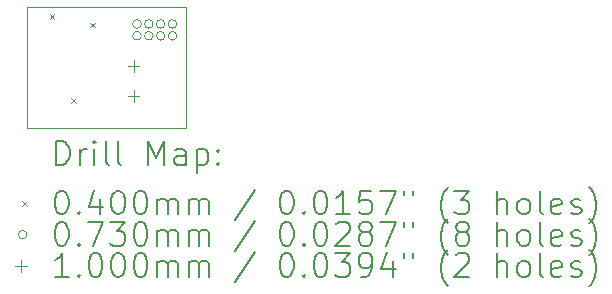
<source format=gbr>
%TF.GenerationSoftware,KiCad,Pcbnew,7.0.1-0*%
%TF.CreationDate,2023-03-19T00:13:00-06:00*%
%TF.ProjectId,bomu-programmer,626f6d75-2d70-4726-9f67-72616d6d6572,rev?*%
%TF.SameCoordinates,Original*%
%TF.FileFunction,Drillmap*%
%TF.FilePolarity,Positive*%
%FSLAX45Y45*%
G04 Gerber Fmt 4.5, Leading zero omitted, Abs format (unit mm)*
G04 Created by KiCad (PCBNEW 7.0.1-0) date 2023-03-19 00:13:00*
%MOMM*%
%LPD*%
G01*
G04 APERTURE LIST*
%ADD10C,0.050000*%
%ADD11C,0.200000*%
%ADD12C,0.040000*%
%ADD13C,0.073000*%
%ADD14C,0.100000*%
G04 APERTURE END LIST*
D10*
X20630000Y-6150000D02*
X19290000Y-6150000D01*
X19290000Y-5130000D02*
X19290000Y-6150000D01*
X20630000Y-5130000D02*
X20630000Y-6150000D01*
X19290000Y-5130000D02*
X20630000Y-5130000D01*
D11*
D12*
X19480000Y-5190000D02*
X19520000Y-5230000D01*
X19520000Y-5190000D02*
X19480000Y-5230000D01*
X19660000Y-5900000D02*
X19700000Y-5940000D01*
X19700000Y-5900000D02*
X19660000Y-5940000D01*
X19820000Y-5260000D02*
X19860000Y-5300000D01*
X19860000Y-5260000D02*
X19820000Y-5300000D01*
D13*
X20255500Y-5272000D02*
G75*
G03*
X20255500Y-5272000I-36500J0D01*
G01*
X20255500Y-5372000D02*
G75*
G03*
X20255500Y-5372000I-36500J0D01*
G01*
X20355500Y-5272000D02*
G75*
G03*
X20355500Y-5272000I-36500J0D01*
G01*
X20355500Y-5372000D02*
G75*
G03*
X20355500Y-5372000I-36500J0D01*
G01*
X20455500Y-5272000D02*
G75*
G03*
X20455500Y-5272000I-36500J0D01*
G01*
X20455500Y-5372000D02*
G75*
G03*
X20455500Y-5372000I-36500J0D01*
G01*
X20555500Y-5272000D02*
G75*
G03*
X20555500Y-5272000I-36500J0D01*
G01*
X20555500Y-5372000D02*
G75*
G03*
X20555500Y-5372000I-36500J0D01*
G01*
D14*
X20190000Y-5580000D02*
X20190000Y-5680000D01*
X20140000Y-5630000D02*
X20240000Y-5630000D01*
X20190000Y-5834000D02*
X20190000Y-5934000D01*
X20140000Y-5884000D02*
X20240000Y-5884000D01*
D11*
X19535119Y-6465024D02*
X19535119Y-6265024D01*
X19535119Y-6265024D02*
X19582738Y-6265024D01*
X19582738Y-6265024D02*
X19611310Y-6274548D01*
X19611310Y-6274548D02*
X19630357Y-6293595D01*
X19630357Y-6293595D02*
X19639881Y-6312643D01*
X19639881Y-6312643D02*
X19649405Y-6350738D01*
X19649405Y-6350738D02*
X19649405Y-6379309D01*
X19649405Y-6379309D02*
X19639881Y-6417405D01*
X19639881Y-6417405D02*
X19630357Y-6436452D01*
X19630357Y-6436452D02*
X19611310Y-6455500D01*
X19611310Y-6455500D02*
X19582738Y-6465024D01*
X19582738Y-6465024D02*
X19535119Y-6465024D01*
X19735119Y-6465024D02*
X19735119Y-6331690D01*
X19735119Y-6369786D02*
X19744643Y-6350738D01*
X19744643Y-6350738D02*
X19754167Y-6341214D01*
X19754167Y-6341214D02*
X19773214Y-6331690D01*
X19773214Y-6331690D02*
X19792262Y-6331690D01*
X19858929Y-6465024D02*
X19858929Y-6331690D01*
X19858929Y-6265024D02*
X19849405Y-6274548D01*
X19849405Y-6274548D02*
X19858929Y-6284071D01*
X19858929Y-6284071D02*
X19868452Y-6274548D01*
X19868452Y-6274548D02*
X19858929Y-6265024D01*
X19858929Y-6265024D02*
X19858929Y-6284071D01*
X19982738Y-6465024D02*
X19963690Y-6455500D01*
X19963690Y-6455500D02*
X19954167Y-6436452D01*
X19954167Y-6436452D02*
X19954167Y-6265024D01*
X20087500Y-6465024D02*
X20068452Y-6455500D01*
X20068452Y-6455500D02*
X20058929Y-6436452D01*
X20058929Y-6436452D02*
X20058929Y-6265024D01*
X20316071Y-6465024D02*
X20316071Y-6265024D01*
X20316071Y-6265024D02*
X20382738Y-6407881D01*
X20382738Y-6407881D02*
X20449405Y-6265024D01*
X20449405Y-6265024D02*
X20449405Y-6465024D01*
X20630357Y-6465024D02*
X20630357Y-6360262D01*
X20630357Y-6360262D02*
X20620833Y-6341214D01*
X20620833Y-6341214D02*
X20601786Y-6331690D01*
X20601786Y-6331690D02*
X20563690Y-6331690D01*
X20563690Y-6331690D02*
X20544643Y-6341214D01*
X20630357Y-6455500D02*
X20611310Y-6465024D01*
X20611310Y-6465024D02*
X20563690Y-6465024D01*
X20563690Y-6465024D02*
X20544643Y-6455500D01*
X20544643Y-6455500D02*
X20535119Y-6436452D01*
X20535119Y-6436452D02*
X20535119Y-6417405D01*
X20535119Y-6417405D02*
X20544643Y-6398357D01*
X20544643Y-6398357D02*
X20563690Y-6388833D01*
X20563690Y-6388833D02*
X20611310Y-6388833D01*
X20611310Y-6388833D02*
X20630357Y-6379309D01*
X20725595Y-6331690D02*
X20725595Y-6531690D01*
X20725595Y-6341214D02*
X20744643Y-6331690D01*
X20744643Y-6331690D02*
X20782738Y-6331690D01*
X20782738Y-6331690D02*
X20801786Y-6341214D01*
X20801786Y-6341214D02*
X20811310Y-6350738D01*
X20811310Y-6350738D02*
X20820833Y-6369786D01*
X20820833Y-6369786D02*
X20820833Y-6426928D01*
X20820833Y-6426928D02*
X20811310Y-6445976D01*
X20811310Y-6445976D02*
X20801786Y-6455500D01*
X20801786Y-6455500D02*
X20782738Y-6465024D01*
X20782738Y-6465024D02*
X20744643Y-6465024D01*
X20744643Y-6465024D02*
X20725595Y-6455500D01*
X20906548Y-6445976D02*
X20916071Y-6455500D01*
X20916071Y-6455500D02*
X20906548Y-6465024D01*
X20906548Y-6465024D02*
X20897024Y-6455500D01*
X20897024Y-6455500D02*
X20906548Y-6445976D01*
X20906548Y-6445976D02*
X20906548Y-6465024D01*
X20906548Y-6341214D02*
X20916071Y-6350738D01*
X20916071Y-6350738D02*
X20906548Y-6360262D01*
X20906548Y-6360262D02*
X20897024Y-6350738D01*
X20897024Y-6350738D02*
X20906548Y-6341214D01*
X20906548Y-6341214D02*
X20906548Y-6360262D01*
D12*
X19247500Y-6772500D02*
X19287500Y-6812500D01*
X19287500Y-6772500D02*
X19247500Y-6812500D01*
D11*
X19573214Y-6685024D02*
X19592262Y-6685024D01*
X19592262Y-6685024D02*
X19611310Y-6694548D01*
X19611310Y-6694548D02*
X19620833Y-6704071D01*
X19620833Y-6704071D02*
X19630357Y-6723119D01*
X19630357Y-6723119D02*
X19639881Y-6761214D01*
X19639881Y-6761214D02*
X19639881Y-6808833D01*
X19639881Y-6808833D02*
X19630357Y-6846928D01*
X19630357Y-6846928D02*
X19620833Y-6865976D01*
X19620833Y-6865976D02*
X19611310Y-6875500D01*
X19611310Y-6875500D02*
X19592262Y-6885024D01*
X19592262Y-6885024D02*
X19573214Y-6885024D01*
X19573214Y-6885024D02*
X19554167Y-6875500D01*
X19554167Y-6875500D02*
X19544643Y-6865976D01*
X19544643Y-6865976D02*
X19535119Y-6846928D01*
X19535119Y-6846928D02*
X19525595Y-6808833D01*
X19525595Y-6808833D02*
X19525595Y-6761214D01*
X19525595Y-6761214D02*
X19535119Y-6723119D01*
X19535119Y-6723119D02*
X19544643Y-6704071D01*
X19544643Y-6704071D02*
X19554167Y-6694548D01*
X19554167Y-6694548D02*
X19573214Y-6685024D01*
X19725595Y-6865976D02*
X19735119Y-6875500D01*
X19735119Y-6875500D02*
X19725595Y-6885024D01*
X19725595Y-6885024D02*
X19716071Y-6875500D01*
X19716071Y-6875500D02*
X19725595Y-6865976D01*
X19725595Y-6865976D02*
X19725595Y-6885024D01*
X19906548Y-6751690D02*
X19906548Y-6885024D01*
X19858929Y-6675500D02*
X19811310Y-6818357D01*
X19811310Y-6818357D02*
X19935119Y-6818357D01*
X20049405Y-6685024D02*
X20068452Y-6685024D01*
X20068452Y-6685024D02*
X20087500Y-6694548D01*
X20087500Y-6694548D02*
X20097024Y-6704071D01*
X20097024Y-6704071D02*
X20106548Y-6723119D01*
X20106548Y-6723119D02*
X20116071Y-6761214D01*
X20116071Y-6761214D02*
X20116071Y-6808833D01*
X20116071Y-6808833D02*
X20106548Y-6846928D01*
X20106548Y-6846928D02*
X20097024Y-6865976D01*
X20097024Y-6865976D02*
X20087500Y-6875500D01*
X20087500Y-6875500D02*
X20068452Y-6885024D01*
X20068452Y-6885024D02*
X20049405Y-6885024D01*
X20049405Y-6885024D02*
X20030357Y-6875500D01*
X20030357Y-6875500D02*
X20020833Y-6865976D01*
X20020833Y-6865976D02*
X20011310Y-6846928D01*
X20011310Y-6846928D02*
X20001786Y-6808833D01*
X20001786Y-6808833D02*
X20001786Y-6761214D01*
X20001786Y-6761214D02*
X20011310Y-6723119D01*
X20011310Y-6723119D02*
X20020833Y-6704071D01*
X20020833Y-6704071D02*
X20030357Y-6694548D01*
X20030357Y-6694548D02*
X20049405Y-6685024D01*
X20239881Y-6685024D02*
X20258929Y-6685024D01*
X20258929Y-6685024D02*
X20277976Y-6694548D01*
X20277976Y-6694548D02*
X20287500Y-6704071D01*
X20287500Y-6704071D02*
X20297024Y-6723119D01*
X20297024Y-6723119D02*
X20306548Y-6761214D01*
X20306548Y-6761214D02*
X20306548Y-6808833D01*
X20306548Y-6808833D02*
X20297024Y-6846928D01*
X20297024Y-6846928D02*
X20287500Y-6865976D01*
X20287500Y-6865976D02*
X20277976Y-6875500D01*
X20277976Y-6875500D02*
X20258929Y-6885024D01*
X20258929Y-6885024D02*
X20239881Y-6885024D01*
X20239881Y-6885024D02*
X20220833Y-6875500D01*
X20220833Y-6875500D02*
X20211310Y-6865976D01*
X20211310Y-6865976D02*
X20201786Y-6846928D01*
X20201786Y-6846928D02*
X20192262Y-6808833D01*
X20192262Y-6808833D02*
X20192262Y-6761214D01*
X20192262Y-6761214D02*
X20201786Y-6723119D01*
X20201786Y-6723119D02*
X20211310Y-6704071D01*
X20211310Y-6704071D02*
X20220833Y-6694548D01*
X20220833Y-6694548D02*
X20239881Y-6685024D01*
X20392262Y-6885024D02*
X20392262Y-6751690D01*
X20392262Y-6770738D02*
X20401786Y-6761214D01*
X20401786Y-6761214D02*
X20420833Y-6751690D01*
X20420833Y-6751690D02*
X20449405Y-6751690D01*
X20449405Y-6751690D02*
X20468452Y-6761214D01*
X20468452Y-6761214D02*
X20477976Y-6780262D01*
X20477976Y-6780262D02*
X20477976Y-6885024D01*
X20477976Y-6780262D02*
X20487500Y-6761214D01*
X20487500Y-6761214D02*
X20506548Y-6751690D01*
X20506548Y-6751690D02*
X20535119Y-6751690D01*
X20535119Y-6751690D02*
X20554167Y-6761214D01*
X20554167Y-6761214D02*
X20563691Y-6780262D01*
X20563691Y-6780262D02*
X20563691Y-6885024D01*
X20658929Y-6885024D02*
X20658929Y-6751690D01*
X20658929Y-6770738D02*
X20668452Y-6761214D01*
X20668452Y-6761214D02*
X20687500Y-6751690D01*
X20687500Y-6751690D02*
X20716072Y-6751690D01*
X20716072Y-6751690D02*
X20735119Y-6761214D01*
X20735119Y-6761214D02*
X20744643Y-6780262D01*
X20744643Y-6780262D02*
X20744643Y-6885024D01*
X20744643Y-6780262D02*
X20754167Y-6761214D01*
X20754167Y-6761214D02*
X20773214Y-6751690D01*
X20773214Y-6751690D02*
X20801786Y-6751690D01*
X20801786Y-6751690D02*
X20820833Y-6761214D01*
X20820833Y-6761214D02*
X20830357Y-6780262D01*
X20830357Y-6780262D02*
X20830357Y-6885024D01*
X21220833Y-6675500D02*
X21049405Y-6932643D01*
X21477976Y-6685024D02*
X21497024Y-6685024D01*
X21497024Y-6685024D02*
X21516072Y-6694548D01*
X21516072Y-6694548D02*
X21525595Y-6704071D01*
X21525595Y-6704071D02*
X21535119Y-6723119D01*
X21535119Y-6723119D02*
X21544643Y-6761214D01*
X21544643Y-6761214D02*
X21544643Y-6808833D01*
X21544643Y-6808833D02*
X21535119Y-6846928D01*
X21535119Y-6846928D02*
X21525595Y-6865976D01*
X21525595Y-6865976D02*
X21516072Y-6875500D01*
X21516072Y-6875500D02*
X21497024Y-6885024D01*
X21497024Y-6885024D02*
X21477976Y-6885024D01*
X21477976Y-6885024D02*
X21458929Y-6875500D01*
X21458929Y-6875500D02*
X21449405Y-6865976D01*
X21449405Y-6865976D02*
X21439881Y-6846928D01*
X21439881Y-6846928D02*
X21430357Y-6808833D01*
X21430357Y-6808833D02*
X21430357Y-6761214D01*
X21430357Y-6761214D02*
X21439881Y-6723119D01*
X21439881Y-6723119D02*
X21449405Y-6704071D01*
X21449405Y-6704071D02*
X21458929Y-6694548D01*
X21458929Y-6694548D02*
X21477976Y-6685024D01*
X21630357Y-6865976D02*
X21639881Y-6875500D01*
X21639881Y-6875500D02*
X21630357Y-6885024D01*
X21630357Y-6885024D02*
X21620834Y-6875500D01*
X21620834Y-6875500D02*
X21630357Y-6865976D01*
X21630357Y-6865976D02*
X21630357Y-6885024D01*
X21763691Y-6685024D02*
X21782738Y-6685024D01*
X21782738Y-6685024D02*
X21801786Y-6694548D01*
X21801786Y-6694548D02*
X21811310Y-6704071D01*
X21811310Y-6704071D02*
X21820834Y-6723119D01*
X21820834Y-6723119D02*
X21830357Y-6761214D01*
X21830357Y-6761214D02*
X21830357Y-6808833D01*
X21830357Y-6808833D02*
X21820834Y-6846928D01*
X21820834Y-6846928D02*
X21811310Y-6865976D01*
X21811310Y-6865976D02*
X21801786Y-6875500D01*
X21801786Y-6875500D02*
X21782738Y-6885024D01*
X21782738Y-6885024D02*
X21763691Y-6885024D01*
X21763691Y-6885024D02*
X21744643Y-6875500D01*
X21744643Y-6875500D02*
X21735119Y-6865976D01*
X21735119Y-6865976D02*
X21725595Y-6846928D01*
X21725595Y-6846928D02*
X21716072Y-6808833D01*
X21716072Y-6808833D02*
X21716072Y-6761214D01*
X21716072Y-6761214D02*
X21725595Y-6723119D01*
X21725595Y-6723119D02*
X21735119Y-6704071D01*
X21735119Y-6704071D02*
X21744643Y-6694548D01*
X21744643Y-6694548D02*
X21763691Y-6685024D01*
X22020834Y-6885024D02*
X21906548Y-6885024D01*
X21963691Y-6885024D02*
X21963691Y-6685024D01*
X21963691Y-6685024D02*
X21944643Y-6713595D01*
X21944643Y-6713595D02*
X21925595Y-6732643D01*
X21925595Y-6732643D02*
X21906548Y-6742167D01*
X22201786Y-6685024D02*
X22106548Y-6685024D01*
X22106548Y-6685024D02*
X22097024Y-6780262D01*
X22097024Y-6780262D02*
X22106548Y-6770738D01*
X22106548Y-6770738D02*
X22125595Y-6761214D01*
X22125595Y-6761214D02*
X22173215Y-6761214D01*
X22173215Y-6761214D02*
X22192262Y-6770738D01*
X22192262Y-6770738D02*
X22201786Y-6780262D01*
X22201786Y-6780262D02*
X22211310Y-6799309D01*
X22211310Y-6799309D02*
X22211310Y-6846928D01*
X22211310Y-6846928D02*
X22201786Y-6865976D01*
X22201786Y-6865976D02*
X22192262Y-6875500D01*
X22192262Y-6875500D02*
X22173215Y-6885024D01*
X22173215Y-6885024D02*
X22125595Y-6885024D01*
X22125595Y-6885024D02*
X22106548Y-6875500D01*
X22106548Y-6875500D02*
X22097024Y-6865976D01*
X22277976Y-6685024D02*
X22411310Y-6685024D01*
X22411310Y-6685024D02*
X22325595Y-6885024D01*
X22477976Y-6685024D02*
X22477976Y-6723119D01*
X22554167Y-6685024D02*
X22554167Y-6723119D01*
X22849405Y-6961214D02*
X22839881Y-6951690D01*
X22839881Y-6951690D02*
X22820834Y-6923119D01*
X22820834Y-6923119D02*
X22811310Y-6904071D01*
X22811310Y-6904071D02*
X22801786Y-6875500D01*
X22801786Y-6875500D02*
X22792262Y-6827881D01*
X22792262Y-6827881D02*
X22792262Y-6789786D01*
X22792262Y-6789786D02*
X22801786Y-6742167D01*
X22801786Y-6742167D02*
X22811310Y-6713595D01*
X22811310Y-6713595D02*
X22820834Y-6694548D01*
X22820834Y-6694548D02*
X22839881Y-6665976D01*
X22839881Y-6665976D02*
X22849405Y-6656452D01*
X22906548Y-6685024D02*
X23030357Y-6685024D01*
X23030357Y-6685024D02*
X22963691Y-6761214D01*
X22963691Y-6761214D02*
X22992262Y-6761214D01*
X22992262Y-6761214D02*
X23011310Y-6770738D01*
X23011310Y-6770738D02*
X23020834Y-6780262D01*
X23020834Y-6780262D02*
X23030357Y-6799309D01*
X23030357Y-6799309D02*
X23030357Y-6846928D01*
X23030357Y-6846928D02*
X23020834Y-6865976D01*
X23020834Y-6865976D02*
X23011310Y-6875500D01*
X23011310Y-6875500D02*
X22992262Y-6885024D01*
X22992262Y-6885024D02*
X22935119Y-6885024D01*
X22935119Y-6885024D02*
X22916072Y-6875500D01*
X22916072Y-6875500D02*
X22906548Y-6865976D01*
X23268453Y-6885024D02*
X23268453Y-6685024D01*
X23354167Y-6885024D02*
X23354167Y-6780262D01*
X23354167Y-6780262D02*
X23344643Y-6761214D01*
X23344643Y-6761214D02*
X23325596Y-6751690D01*
X23325596Y-6751690D02*
X23297024Y-6751690D01*
X23297024Y-6751690D02*
X23277976Y-6761214D01*
X23277976Y-6761214D02*
X23268453Y-6770738D01*
X23477976Y-6885024D02*
X23458929Y-6875500D01*
X23458929Y-6875500D02*
X23449405Y-6865976D01*
X23449405Y-6865976D02*
X23439881Y-6846928D01*
X23439881Y-6846928D02*
X23439881Y-6789786D01*
X23439881Y-6789786D02*
X23449405Y-6770738D01*
X23449405Y-6770738D02*
X23458929Y-6761214D01*
X23458929Y-6761214D02*
X23477976Y-6751690D01*
X23477976Y-6751690D02*
X23506548Y-6751690D01*
X23506548Y-6751690D02*
X23525596Y-6761214D01*
X23525596Y-6761214D02*
X23535119Y-6770738D01*
X23535119Y-6770738D02*
X23544643Y-6789786D01*
X23544643Y-6789786D02*
X23544643Y-6846928D01*
X23544643Y-6846928D02*
X23535119Y-6865976D01*
X23535119Y-6865976D02*
X23525596Y-6875500D01*
X23525596Y-6875500D02*
X23506548Y-6885024D01*
X23506548Y-6885024D02*
X23477976Y-6885024D01*
X23658929Y-6885024D02*
X23639881Y-6875500D01*
X23639881Y-6875500D02*
X23630357Y-6856452D01*
X23630357Y-6856452D02*
X23630357Y-6685024D01*
X23811310Y-6875500D02*
X23792262Y-6885024D01*
X23792262Y-6885024D02*
X23754167Y-6885024D01*
X23754167Y-6885024D02*
X23735119Y-6875500D01*
X23735119Y-6875500D02*
X23725596Y-6856452D01*
X23725596Y-6856452D02*
X23725596Y-6780262D01*
X23725596Y-6780262D02*
X23735119Y-6761214D01*
X23735119Y-6761214D02*
X23754167Y-6751690D01*
X23754167Y-6751690D02*
X23792262Y-6751690D01*
X23792262Y-6751690D02*
X23811310Y-6761214D01*
X23811310Y-6761214D02*
X23820834Y-6780262D01*
X23820834Y-6780262D02*
X23820834Y-6799309D01*
X23820834Y-6799309D02*
X23725596Y-6818357D01*
X23897024Y-6875500D02*
X23916072Y-6885024D01*
X23916072Y-6885024D02*
X23954167Y-6885024D01*
X23954167Y-6885024D02*
X23973215Y-6875500D01*
X23973215Y-6875500D02*
X23982738Y-6856452D01*
X23982738Y-6856452D02*
X23982738Y-6846928D01*
X23982738Y-6846928D02*
X23973215Y-6827881D01*
X23973215Y-6827881D02*
X23954167Y-6818357D01*
X23954167Y-6818357D02*
X23925596Y-6818357D01*
X23925596Y-6818357D02*
X23906548Y-6808833D01*
X23906548Y-6808833D02*
X23897024Y-6789786D01*
X23897024Y-6789786D02*
X23897024Y-6780262D01*
X23897024Y-6780262D02*
X23906548Y-6761214D01*
X23906548Y-6761214D02*
X23925596Y-6751690D01*
X23925596Y-6751690D02*
X23954167Y-6751690D01*
X23954167Y-6751690D02*
X23973215Y-6761214D01*
X24049405Y-6961214D02*
X24058929Y-6951690D01*
X24058929Y-6951690D02*
X24077977Y-6923119D01*
X24077977Y-6923119D02*
X24087500Y-6904071D01*
X24087500Y-6904071D02*
X24097024Y-6875500D01*
X24097024Y-6875500D02*
X24106548Y-6827881D01*
X24106548Y-6827881D02*
X24106548Y-6789786D01*
X24106548Y-6789786D02*
X24097024Y-6742167D01*
X24097024Y-6742167D02*
X24087500Y-6713595D01*
X24087500Y-6713595D02*
X24077977Y-6694548D01*
X24077977Y-6694548D02*
X24058929Y-6665976D01*
X24058929Y-6665976D02*
X24049405Y-6656452D01*
D13*
X19287500Y-7056500D02*
G75*
G03*
X19287500Y-7056500I-36500J0D01*
G01*
D11*
X19573214Y-6949024D02*
X19592262Y-6949024D01*
X19592262Y-6949024D02*
X19611310Y-6958548D01*
X19611310Y-6958548D02*
X19620833Y-6968071D01*
X19620833Y-6968071D02*
X19630357Y-6987119D01*
X19630357Y-6987119D02*
X19639881Y-7025214D01*
X19639881Y-7025214D02*
X19639881Y-7072833D01*
X19639881Y-7072833D02*
X19630357Y-7110928D01*
X19630357Y-7110928D02*
X19620833Y-7129976D01*
X19620833Y-7129976D02*
X19611310Y-7139500D01*
X19611310Y-7139500D02*
X19592262Y-7149024D01*
X19592262Y-7149024D02*
X19573214Y-7149024D01*
X19573214Y-7149024D02*
X19554167Y-7139500D01*
X19554167Y-7139500D02*
X19544643Y-7129976D01*
X19544643Y-7129976D02*
X19535119Y-7110928D01*
X19535119Y-7110928D02*
X19525595Y-7072833D01*
X19525595Y-7072833D02*
X19525595Y-7025214D01*
X19525595Y-7025214D02*
X19535119Y-6987119D01*
X19535119Y-6987119D02*
X19544643Y-6968071D01*
X19544643Y-6968071D02*
X19554167Y-6958548D01*
X19554167Y-6958548D02*
X19573214Y-6949024D01*
X19725595Y-7129976D02*
X19735119Y-7139500D01*
X19735119Y-7139500D02*
X19725595Y-7149024D01*
X19725595Y-7149024D02*
X19716071Y-7139500D01*
X19716071Y-7139500D02*
X19725595Y-7129976D01*
X19725595Y-7129976D02*
X19725595Y-7149024D01*
X19801786Y-6949024D02*
X19935119Y-6949024D01*
X19935119Y-6949024D02*
X19849405Y-7149024D01*
X19992262Y-6949024D02*
X20116071Y-6949024D01*
X20116071Y-6949024D02*
X20049405Y-7025214D01*
X20049405Y-7025214D02*
X20077976Y-7025214D01*
X20077976Y-7025214D02*
X20097024Y-7034738D01*
X20097024Y-7034738D02*
X20106548Y-7044262D01*
X20106548Y-7044262D02*
X20116071Y-7063309D01*
X20116071Y-7063309D02*
X20116071Y-7110928D01*
X20116071Y-7110928D02*
X20106548Y-7129976D01*
X20106548Y-7129976D02*
X20097024Y-7139500D01*
X20097024Y-7139500D02*
X20077976Y-7149024D01*
X20077976Y-7149024D02*
X20020833Y-7149024D01*
X20020833Y-7149024D02*
X20001786Y-7139500D01*
X20001786Y-7139500D02*
X19992262Y-7129976D01*
X20239881Y-6949024D02*
X20258929Y-6949024D01*
X20258929Y-6949024D02*
X20277976Y-6958548D01*
X20277976Y-6958548D02*
X20287500Y-6968071D01*
X20287500Y-6968071D02*
X20297024Y-6987119D01*
X20297024Y-6987119D02*
X20306548Y-7025214D01*
X20306548Y-7025214D02*
X20306548Y-7072833D01*
X20306548Y-7072833D02*
X20297024Y-7110928D01*
X20297024Y-7110928D02*
X20287500Y-7129976D01*
X20287500Y-7129976D02*
X20277976Y-7139500D01*
X20277976Y-7139500D02*
X20258929Y-7149024D01*
X20258929Y-7149024D02*
X20239881Y-7149024D01*
X20239881Y-7149024D02*
X20220833Y-7139500D01*
X20220833Y-7139500D02*
X20211310Y-7129976D01*
X20211310Y-7129976D02*
X20201786Y-7110928D01*
X20201786Y-7110928D02*
X20192262Y-7072833D01*
X20192262Y-7072833D02*
X20192262Y-7025214D01*
X20192262Y-7025214D02*
X20201786Y-6987119D01*
X20201786Y-6987119D02*
X20211310Y-6968071D01*
X20211310Y-6968071D02*
X20220833Y-6958548D01*
X20220833Y-6958548D02*
X20239881Y-6949024D01*
X20392262Y-7149024D02*
X20392262Y-7015690D01*
X20392262Y-7034738D02*
X20401786Y-7025214D01*
X20401786Y-7025214D02*
X20420833Y-7015690D01*
X20420833Y-7015690D02*
X20449405Y-7015690D01*
X20449405Y-7015690D02*
X20468452Y-7025214D01*
X20468452Y-7025214D02*
X20477976Y-7044262D01*
X20477976Y-7044262D02*
X20477976Y-7149024D01*
X20477976Y-7044262D02*
X20487500Y-7025214D01*
X20487500Y-7025214D02*
X20506548Y-7015690D01*
X20506548Y-7015690D02*
X20535119Y-7015690D01*
X20535119Y-7015690D02*
X20554167Y-7025214D01*
X20554167Y-7025214D02*
X20563691Y-7044262D01*
X20563691Y-7044262D02*
X20563691Y-7149024D01*
X20658929Y-7149024D02*
X20658929Y-7015690D01*
X20658929Y-7034738D02*
X20668452Y-7025214D01*
X20668452Y-7025214D02*
X20687500Y-7015690D01*
X20687500Y-7015690D02*
X20716072Y-7015690D01*
X20716072Y-7015690D02*
X20735119Y-7025214D01*
X20735119Y-7025214D02*
X20744643Y-7044262D01*
X20744643Y-7044262D02*
X20744643Y-7149024D01*
X20744643Y-7044262D02*
X20754167Y-7025214D01*
X20754167Y-7025214D02*
X20773214Y-7015690D01*
X20773214Y-7015690D02*
X20801786Y-7015690D01*
X20801786Y-7015690D02*
X20820833Y-7025214D01*
X20820833Y-7025214D02*
X20830357Y-7044262D01*
X20830357Y-7044262D02*
X20830357Y-7149024D01*
X21220833Y-6939500D02*
X21049405Y-7196643D01*
X21477976Y-6949024D02*
X21497024Y-6949024D01*
X21497024Y-6949024D02*
X21516072Y-6958548D01*
X21516072Y-6958548D02*
X21525595Y-6968071D01*
X21525595Y-6968071D02*
X21535119Y-6987119D01*
X21535119Y-6987119D02*
X21544643Y-7025214D01*
X21544643Y-7025214D02*
X21544643Y-7072833D01*
X21544643Y-7072833D02*
X21535119Y-7110928D01*
X21535119Y-7110928D02*
X21525595Y-7129976D01*
X21525595Y-7129976D02*
X21516072Y-7139500D01*
X21516072Y-7139500D02*
X21497024Y-7149024D01*
X21497024Y-7149024D02*
X21477976Y-7149024D01*
X21477976Y-7149024D02*
X21458929Y-7139500D01*
X21458929Y-7139500D02*
X21449405Y-7129976D01*
X21449405Y-7129976D02*
X21439881Y-7110928D01*
X21439881Y-7110928D02*
X21430357Y-7072833D01*
X21430357Y-7072833D02*
X21430357Y-7025214D01*
X21430357Y-7025214D02*
X21439881Y-6987119D01*
X21439881Y-6987119D02*
X21449405Y-6968071D01*
X21449405Y-6968071D02*
X21458929Y-6958548D01*
X21458929Y-6958548D02*
X21477976Y-6949024D01*
X21630357Y-7129976D02*
X21639881Y-7139500D01*
X21639881Y-7139500D02*
X21630357Y-7149024D01*
X21630357Y-7149024D02*
X21620834Y-7139500D01*
X21620834Y-7139500D02*
X21630357Y-7129976D01*
X21630357Y-7129976D02*
X21630357Y-7149024D01*
X21763691Y-6949024D02*
X21782738Y-6949024D01*
X21782738Y-6949024D02*
X21801786Y-6958548D01*
X21801786Y-6958548D02*
X21811310Y-6968071D01*
X21811310Y-6968071D02*
X21820834Y-6987119D01*
X21820834Y-6987119D02*
X21830357Y-7025214D01*
X21830357Y-7025214D02*
X21830357Y-7072833D01*
X21830357Y-7072833D02*
X21820834Y-7110928D01*
X21820834Y-7110928D02*
X21811310Y-7129976D01*
X21811310Y-7129976D02*
X21801786Y-7139500D01*
X21801786Y-7139500D02*
X21782738Y-7149024D01*
X21782738Y-7149024D02*
X21763691Y-7149024D01*
X21763691Y-7149024D02*
X21744643Y-7139500D01*
X21744643Y-7139500D02*
X21735119Y-7129976D01*
X21735119Y-7129976D02*
X21725595Y-7110928D01*
X21725595Y-7110928D02*
X21716072Y-7072833D01*
X21716072Y-7072833D02*
X21716072Y-7025214D01*
X21716072Y-7025214D02*
X21725595Y-6987119D01*
X21725595Y-6987119D02*
X21735119Y-6968071D01*
X21735119Y-6968071D02*
X21744643Y-6958548D01*
X21744643Y-6958548D02*
X21763691Y-6949024D01*
X21906548Y-6968071D02*
X21916072Y-6958548D01*
X21916072Y-6958548D02*
X21935119Y-6949024D01*
X21935119Y-6949024D02*
X21982738Y-6949024D01*
X21982738Y-6949024D02*
X22001786Y-6958548D01*
X22001786Y-6958548D02*
X22011310Y-6968071D01*
X22011310Y-6968071D02*
X22020834Y-6987119D01*
X22020834Y-6987119D02*
X22020834Y-7006167D01*
X22020834Y-7006167D02*
X22011310Y-7034738D01*
X22011310Y-7034738D02*
X21897024Y-7149024D01*
X21897024Y-7149024D02*
X22020834Y-7149024D01*
X22135119Y-7034738D02*
X22116072Y-7025214D01*
X22116072Y-7025214D02*
X22106548Y-7015690D01*
X22106548Y-7015690D02*
X22097024Y-6996643D01*
X22097024Y-6996643D02*
X22097024Y-6987119D01*
X22097024Y-6987119D02*
X22106548Y-6968071D01*
X22106548Y-6968071D02*
X22116072Y-6958548D01*
X22116072Y-6958548D02*
X22135119Y-6949024D01*
X22135119Y-6949024D02*
X22173215Y-6949024D01*
X22173215Y-6949024D02*
X22192262Y-6958548D01*
X22192262Y-6958548D02*
X22201786Y-6968071D01*
X22201786Y-6968071D02*
X22211310Y-6987119D01*
X22211310Y-6987119D02*
X22211310Y-6996643D01*
X22211310Y-6996643D02*
X22201786Y-7015690D01*
X22201786Y-7015690D02*
X22192262Y-7025214D01*
X22192262Y-7025214D02*
X22173215Y-7034738D01*
X22173215Y-7034738D02*
X22135119Y-7034738D01*
X22135119Y-7034738D02*
X22116072Y-7044262D01*
X22116072Y-7044262D02*
X22106548Y-7053786D01*
X22106548Y-7053786D02*
X22097024Y-7072833D01*
X22097024Y-7072833D02*
X22097024Y-7110928D01*
X22097024Y-7110928D02*
X22106548Y-7129976D01*
X22106548Y-7129976D02*
X22116072Y-7139500D01*
X22116072Y-7139500D02*
X22135119Y-7149024D01*
X22135119Y-7149024D02*
X22173215Y-7149024D01*
X22173215Y-7149024D02*
X22192262Y-7139500D01*
X22192262Y-7139500D02*
X22201786Y-7129976D01*
X22201786Y-7129976D02*
X22211310Y-7110928D01*
X22211310Y-7110928D02*
X22211310Y-7072833D01*
X22211310Y-7072833D02*
X22201786Y-7053786D01*
X22201786Y-7053786D02*
X22192262Y-7044262D01*
X22192262Y-7044262D02*
X22173215Y-7034738D01*
X22277976Y-6949024D02*
X22411310Y-6949024D01*
X22411310Y-6949024D02*
X22325595Y-7149024D01*
X22477976Y-6949024D02*
X22477976Y-6987119D01*
X22554167Y-6949024D02*
X22554167Y-6987119D01*
X22849405Y-7225214D02*
X22839881Y-7215690D01*
X22839881Y-7215690D02*
X22820834Y-7187119D01*
X22820834Y-7187119D02*
X22811310Y-7168071D01*
X22811310Y-7168071D02*
X22801786Y-7139500D01*
X22801786Y-7139500D02*
X22792262Y-7091881D01*
X22792262Y-7091881D02*
X22792262Y-7053786D01*
X22792262Y-7053786D02*
X22801786Y-7006167D01*
X22801786Y-7006167D02*
X22811310Y-6977595D01*
X22811310Y-6977595D02*
X22820834Y-6958548D01*
X22820834Y-6958548D02*
X22839881Y-6929976D01*
X22839881Y-6929976D02*
X22849405Y-6920452D01*
X22954167Y-7034738D02*
X22935119Y-7025214D01*
X22935119Y-7025214D02*
X22925595Y-7015690D01*
X22925595Y-7015690D02*
X22916072Y-6996643D01*
X22916072Y-6996643D02*
X22916072Y-6987119D01*
X22916072Y-6987119D02*
X22925595Y-6968071D01*
X22925595Y-6968071D02*
X22935119Y-6958548D01*
X22935119Y-6958548D02*
X22954167Y-6949024D01*
X22954167Y-6949024D02*
X22992262Y-6949024D01*
X22992262Y-6949024D02*
X23011310Y-6958548D01*
X23011310Y-6958548D02*
X23020834Y-6968071D01*
X23020834Y-6968071D02*
X23030357Y-6987119D01*
X23030357Y-6987119D02*
X23030357Y-6996643D01*
X23030357Y-6996643D02*
X23020834Y-7015690D01*
X23020834Y-7015690D02*
X23011310Y-7025214D01*
X23011310Y-7025214D02*
X22992262Y-7034738D01*
X22992262Y-7034738D02*
X22954167Y-7034738D01*
X22954167Y-7034738D02*
X22935119Y-7044262D01*
X22935119Y-7044262D02*
X22925595Y-7053786D01*
X22925595Y-7053786D02*
X22916072Y-7072833D01*
X22916072Y-7072833D02*
X22916072Y-7110928D01*
X22916072Y-7110928D02*
X22925595Y-7129976D01*
X22925595Y-7129976D02*
X22935119Y-7139500D01*
X22935119Y-7139500D02*
X22954167Y-7149024D01*
X22954167Y-7149024D02*
X22992262Y-7149024D01*
X22992262Y-7149024D02*
X23011310Y-7139500D01*
X23011310Y-7139500D02*
X23020834Y-7129976D01*
X23020834Y-7129976D02*
X23030357Y-7110928D01*
X23030357Y-7110928D02*
X23030357Y-7072833D01*
X23030357Y-7072833D02*
X23020834Y-7053786D01*
X23020834Y-7053786D02*
X23011310Y-7044262D01*
X23011310Y-7044262D02*
X22992262Y-7034738D01*
X23268453Y-7149024D02*
X23268453Y-6949024D01*
X23354167Y-7149024D02*
X23354167Y-7044262D01*
X23354167Y-7044262D02*
X23344643Y-7025214D01*
X23344643Y-7025214D02*
X23325596Y-7015690D01*
X23325596Y-7015690D02*
X23297024Y-7015690D01*
X23297024Y-7015690D02*
X23277976Y-7025214D01*
X23277976Y-7025214D02*
X23268453Y-7034738D01*
X23477976Y-7149024D02*
X23458929Y-7139500D01*
X23458929Y-7139500D02*
X23449405Y-7129976D01*
X23449405Y-7129976D02*
X23439881Y-7110928D01*
X23439881Y-7110928D02*
X23439881Y-7053786D01*
X23439881Y-7053786D02*
X23449405Y-7034738D01*
X23449405Y-7034738D02*
X23458929Y-7025214D01*
X23458929Y-7025214D02*
X23477976Y-7015690D01*
X23477976Y-7015690D02*
X23506548Y-7015690D01*
X23506548Y-7015690D02*
X23525596Y-7025214D01*
X23525596Y-7025214D02*
X23535119Y-7034738D01*
X23535119Y-7034738D02*
X23544643Y-7053786D01*
X23544643Y-7053786D02*
X23544643Y-7110928D01*
X23544643Y-7110928D02*
X23535119Y-7129976D01*
X23535119Y-7129976D02*
X23525596Y-7139500D01*
X23525596Y-7139500D02*
X23506548Y-7149024D01*
X23506548Y-7149024D02*
X23477976Y-7149024D01*
X23658929Y-7149024D02*
X23639881Y-7139500D01*
X23639881Y-7139500D02*
X23630357Y-7120452D01*
X23630357Y-7120452D02*
X23630357Y-6949024D01*
X23811310Y-7139500D02*
X23792262Y-7149024D01*
X23792262Y-7149024D02*
X23754167Y-7149024D01*
X23754167Y-7149024D02*
X23735119Y-7139500D01*
X23735119Y-7139500D02*
X23725596Y-7120452D01*
X23725596Y-7120452D02*
X23725596Y-7044262D01*
X23725596Y-7044262D02*
X23735119Y-7025214D01*
X23735119Y-7025214D02*
X23754167Y-7015690D01*
X23754167Y-7015690D02*
X23792262Y-7015690D01*
X23792262Y-7015690D02*
X23811310Y-7025214D01*
X23811310Y-7025214D02*
X23820834Y-7044262D01*
X23820834Y-7044262D02*
X23820834Y-7063309D01*
X23820834Y-7063309D02*
X23725596Y-7082357D01*
X23897024Y-7139500D02*
X23916072Y-7149024D01*
X23916072Y-7149024D02*
X23954167Y-7149024D01*
X23954167Y-7149024D02*
X23973215Y-7139500D01*
X23973215Y-7139500D02*
X23982738Y-7120452D01*
X23982738Y-7120452D02*
X23982738Y-7110928D01*
X23982738Y-7110928D02*
X23973215Y-7091881D01*
X23973215Y-7091881D02*
X23954167Y-7082357D01*
X23954167Y-7082357D02*
X23925596Y-7082357D01*
X23925596Y-7082357D02*
X23906548Y-7072833D01*
X23906548Y-7072833D02*
X23897024Y-7053786D01*
X23897024Y-7053786D02*
X23897024Y-7044262D01*
X23897024Y-7044262D02*
X23906548Y-7025214D01*
X23906548Y-7025214D02*
X23925596Y-7015690D01*
X23925596Y-7015690D02*
X23954167Y-7015690D01*
X23954167Y-7015690D02*
X23973215Y-7025214D01*
X24049405Y-7225214D02*
X24058929Y-7215690D01*
X24058929Y-7215690D02*
X24077977Y-7187119D01*
X24077977Y-7187119D02*
X24087500Y-7168071D01*
X24087500Y-7168071D02*
X24097024Y-7139500D01*
X24097024Y-7139500D02*
X24106548Y-7091881D01*
X24106548Y-7091881D02*
X24106548Y-7053786D01*
X24106548Y-7053786D02*
X24097024Y-7006167D01*
X24097024Y-7006167D02*
X24087500Y-6977595D01*
X24087500Y-6977595D02*
X24077977Y-6958548D01*
X24077977Y-6958548D02*
X24058929Y-6929976D01*
X24058929Y-6929976D02*
X24049405Y-6920452D01*
D14*
X19237500Y-7270500D02*
X19237500Y-7370500D01*
X19187500Y-7320500D02*
X19287500Y-7320500D01*
D11*
X19639881Y-7413024D02*
X19525595Y-7413024D01*
X19582738Y-7413024D02*
X19582738Y-7213024D01*
X19582738Y-7213024D02*
X19563690Y-7241595D01*
X19563690Y-7241595D02*
X19544643Y-7260643D01*
X19544643Y-7260643D02*
X19525595Y-7270167D01*
X19725595Y-7393976D02*
X19735119Y-7403500D01*
X19735119Y-7403500D02*
X19725595Y-7413024D01*
X19725595Y-7413024D02*
X19716071Y-7403500D01*
X19716071Y-7403500D02*
X19725595Y-7393976D01*
X19725595Y-7393976D02*
X19725595Y-7413024D01*
X19858929Y-7213024D02*
X19877976Y-7213024D01*
X19877976Y-7213024D02*
X19897024Y-7222548D01*
X19897024Y-7222548D02*
X19906548Y-7232071D01*
X19906548Y-7232071D02*
X19916071Y-7251119D01*
X19916071Y-7251119D02*
X19925595Y-7289214D01*
X19925595Y-7289214D02*
X19925595Y-7336833D01*
X19925595Y-7336833D02*
X19916071Y-7374928D01*
X19916071Y-7374928D02*
X19906548Y-7393976D01*
X19906548Y-7393976D02*
X19897024Y-7403500D01*
X19897024Y-7403500D02*
X19877976Y-7413024D01*
X19877976Y-7413024D02*
X19858929Y-7413024D01*
X19858929Y-7413024D02*
X19839881Y-7403500D01*
X19839881Y-7403500D02*
X19830357Y-7393976D01*
X19830357Y-7393976D02*
X19820833Y-7374928D01*
X19820833Y-7374928D02*
X19811310Y-7336833D01*
X19811310Y-7336833D02*
X19811310Y-7289214D01*
X19811310Y-7289214D02*
X19820833Y-7251119D01*
X19820833Y-7251119D02*
X19830357Y-7232071D01*
X19830357Y-7232071D02*
X19839881Y-7222548D01*
X19839881Y-7222548D02*
X19858929Y-7213024D01*
X20049405Y-7213024D02*
X20068452Y-7213024D01*
X20068452Y-7213024D02*
X20087500Y-7222548D01*
X20087500Y-7222548D02*
X20097024Y-7232071D01*
X20097024Y-7232071D02*
X20106548Y-7251119D01*
X20106548Y-7251119D02*
X20116071Y-7289214D01*
X20116071Y-7289214D02*
X20116071Y-7336833D01*
X20116071Y-7336833D02*
X20106548Y-7374928D01*
X20106548Y-7374928D02*
X20097024Y-7393976D01*
X20097024Y-7393976D02*
X20087500Y-7403500D01*
X20087500Y-7403500D02*
X20068452Y-7413024D01*
X20068452Y-7413024D02*
X20049405Y-7413024D01*
X20049405Y-7413024D02*
X20030357Y-7403500D01*
X20030357Y-7403500D02*
X20020833Y-7393976D01*
X20020833Y-7393976D02*
X20011310Y-7374928D01*
X20011310Y-7374928D02*
X20001786Y-7336833D01*
X20001786Y-7336833D02*
X20001786Y-7289214D01*
X20001786Y-7289214D02*
X20011310Y-7251119D01*
X20011310Y-7251119D02*
X20020833Y-7232071D01*
X20020833Y-7232071D02*
X20030357Y-7222548D01*
X20030357Y-7222548D02*
X20049405Y-7213024D01*
X20239881Y-7213024D02*
X20258929Y-7213024D01*
X20258929Y-7213024D02*
X20277976Y-7222548D01*
X20277976Y-7222548D02*
X20287500Y-7232071D01*
X20287500Y-7232071D02*
X20297024Y-7251119D01*
X20297024Y-7251119D02*
X20306548Y-7289214D01*
X20306548Y-7289214D02*
X20306548Y-7336833D01*
X20306548Y-7336833D02*
X20297024Y-7374928D01*
X20297024Y-7374928D02*
X20287500Y-7393976D01*
X20287500Y-7393976D02*
X20277976Y-7403500D01*
X20277976Y-7403500D02*
X20258929Y-7413024D01*
X20258929Y-7413024D02*
X20239881Y-7413024D01*
X20239881Y-7413024D02*
X20220833Y-7403500D01*
X20220833Y-7403500D02*
X20211310Y-7393976D01*
X20211310Y-7393976D02*
X20201786Y-7374928D01*
X20201786Y-7374928D02*
X20192262Y-7336833D01*
X20192262Y-7336833D02*
X20192262Y-7289214D01*
X20192262Y-7289214D02*
X20201786Y-7251119D01*
X20201786Y-7251119D02*
X20211310Y-7232071D01*
X20211310Y-7232071D02*
X20220833Y-7222548D01*
X20220833Y-7222548D02*
X20239881Y-7213024D01*
X20392262Y-7413024D02*
X20392262Y-7279690D01*
X20392262Y-7298738D02*
X20401786Y-7289214D01*
X20401786Y-7289214D02*
X20420833Y-7279690D01*
X20420833Y-7279690D02*
X20449405Y-7279690D01*
X20449405Y-7279690D02*
X20468452Y-7289214D01*
X20468452Y-7289214D02*
X20477976Y-7308262D01*
X20477976Y-7308262D02*
X20477976Y-7413024D01*
X20477976Y-7308262D02*
X20487500Y-7289214D01*
X20487500Y-7289214D02*
X20506548Y-7279690D01*
X20506548Y-7279690D02*
X20535119Y-7279690D01*
X20535119Y-7279690D02*
X20554167Y-7289214D01*
X20554167Y-7289214D02*
X20563691Y-7308262D01*
X20563691Y-7308262D02*
X20563691Y-7413024D01*
X20658929Y-7413024D02*
X20658929Y-7279690D01*
X20658929Y-7298738D02*
X20668452Y-7289214D01*
X20668452Y-7289214D02*
X20687500Y-7279690D01*
X20687500Y-7279690D02*
X20716072Y-7279690D01*
X20716072Y-7279690D02*
X20735119Y-7289214D01*
X20735119Y-7289214D02*
X20744643Y-7308262D01*
X20744643Y-7308262D02*
X20744643Y-7413024D01*
X20744643Y-7308262D02*
X20754167Y-7289214D01*
X20754167Y-7289214D02*
X20773214Y-7279690D01*
X20773214Y-7279690D02*
X20801786Y-7279690D01*
X20801786Y-7279690D02*
X20820833Y-7289214D01*
X20820833Y-7289214D02*
X20830357Y-7308262D01*
X20830357Y-7308262D02*
X20830357Y-7413024D01*
X21220833Y-7203500D02*
X21049405Y-7460643D01*
X21477976Y-7213024D02*
X21497024Y-7213024D01*
X21497024Y-7213024D02*
X21516072Y-7222548D01*
X21516072Y-7222548D02*
X21525595Y-7232071D01*
X21525595Y-7232071D02*
X21535119Y-7251119D01*
X21535119Y-7251119D02*
X21544643Y-7289214D01*
X21544643Y-7289214D02*
X21544643Y-7336833D01*
X21544643Y-7336833D02*
X21535119Y-7374928D01*
X21535119Y-7374928D02*
X21525595Y-7393976D01*
X21525595Y-7393976D02*
X21516072Y-7403500D01*
X21516072Y-7403500D02*
X21497024Y-7413024D01*
X21497024Y-7413024D02*
X21477976Y-7413024D01*
X21477976Y-7413024D02*
X21458929Y-7403500D01*
X21458929Y-7403500D02*
X21449405Y-7393976D01*
X21449405Y-7393976D02*
X21439881Y-7374928D01*
X21439881Y-7374928D02*
X21430357Y-7336833D01*
X21430357Y-7336833D02*
X21430357Y-7289214D01*
X21430357Y-7289214D02*
X21439881Y-7251119D01*
X21439881Y-7251119D02*
X21449405Y-7232071D01*
X21449405Y-7232071D02*
X21458929Y-7222548D01*
X21458929Y-7222548D02*
X21477976Y-7213024D01*
X21630357Y-7393976D02*
X21639881Y-7403500D01*
X21639881Y-7403500D02*
X21630357Y-7413024D01*
X21630357Y-7413024D02*
X21620834Y-7403500D01*
X21620834Y-7403500D02*
X21630357Y-7393976D01*
X21630357Y-7393976D02*
X21630357Y-7413024D01*
X21763691Y-7213024D02*
X21782738Y-7213024D01*
X21782738Y-7213024D02*
X21801786Y-7222548D01*
X21801786Y-7222548D02*
X21811310Y-7232071D01*
X21811310Y-7232071D02*
X21820834Y-7251119D01*
X21820834Y-7251119D02*
X21830357Y-7289214D01*
X21830357Y-7289214D02*
X21830357Y-7336833D01*
X21830357Y-7336833D02*
X21820834Y-7374928D01*
X21820834Y-7374928D02*
X21811310Y-7393976D01*
X21811310Y-7393976D02*
X21801786Y-7403500D01*
X21801786Y-7403500D02*
X21782738Y-7413024D01*
X21782738Y-7413024D02*
X21763691Y-7413024D01*
X21763691Y-7413024D02*
X21744643Y-7403500D01*
X21744643Y-7403500D02*
X21735119Y-7393976D01*
X21735119Y-7393976D02*
X21725595Y-7374928D01*
X21725595Y-7374928D02*
X21716072Y-7336833D01*
X21716072Y-7336833D02*
X21716072Y-7289214D01*
X21716072Y-7289214D02*
X21725595Y-7251119D01*
X21725595Y-7251119D02*
X21735119Y-7232071D01*
X21735119Y-7232071D02*
X21744643Y-7222548D01*
X21744643Y-7222548D02*
X21763691Y-7213024D01*
X21897024Y-7213024D02*
X22020834Y-7213024D01*
X22020834Y-7213024D02*
X21954167Y-7289214D01*
X21954167Y-7289214D02*
X21982738Y-7289214D01*
X21982738Y-7289214D02*
X22001786Y-7298738D01*
X22001786Y-7298738D02*
X22011310Y-7308262D01*
X22011310Y-7308262D02*
X22020834Y-7327309D01*
X22020834Y-7327309D02*
X22020834Y-7374928D01*
X22020834Y-7374928D02*
X22011310Y-7393976D01*
X22011310Y-7393976D02*
X22001786Y-7403500D01*
X22001786Y-7403500D02*
X21982738Y-7413024D01*
X21982738Y-7413024D02*
X21925595Y-7413024D01*
X21925595Y-7413024D02*
X21906548Y-7403500D01*
X21906548Y-7403500D02*
X21897024Y-7393976D01*
X22116072Y-7413024D02*
X22154167Y-7413024D01*
X22154167Y-7413024D02*
X22173215Y-7403500D01*
X22173215Y-7403500D02*
X22182738Y-7393976D01*
X22182738Y-7393976D02*
X22201786Y-7365405D01*
X22201786Y-7365405D02*
X22211310Y-7327309D01*
X22211310Y-7327309D02*
X22211310Y-7251119D01*
X22211310Y-7251119D02*
X22201786Y-7232071D01*
X22201786Y-7232071D02*
X22192262Y-7222548D01*
X22192262Y-7222548D02*
X22173215Y-7213024D01*
X22173215Y-7213024D02*
X22135119Y-7213024D01*
X22135119Y-7213024D02*
X22116072Y-7222548D01*
X22116072Y-7222548D02*
X22106548Y-7232071D01*
X22106548Y-7232071D02*
X22097024Y-7251119D01*
X22097024Y-7251119D02*
X22097024Y-7298738D01*
X22097024Y-7298738D02*
X22106548Y-7317786D01*
X22106548Y-7317786D02*
X22116072Y-7327309D01*
X22116072Y-7327309D02*
X22135119Y-7336833D01*
X22135119Y-7336833D02*
X22173215Y-7336833D01*
X22173215Y-7336833D02*
X22192262Y-7327309D01*
X22192262Y-7327309D02*
X22201786Y-7317786D01*
X22201786Y-7317786D02*
X22211310Y-7298738D01*
X22382738Y-7279690D02*
X22382738Y-7413024D01*
X22335119Y-7203500D02*
X22287500Y-7346357D01*
X22287500Y-7346357D02*
X22411310Y-7346357D01*
X22477976Y-7213024D02*
X22477976Y-7251119D01*
X22554167Y-7213024D02*
X22554167Y-7251119D01*
X22849405Y-7489214D02*
X22839881Y-7479690D01*
X22839881Y-7479690D02*
X22820834Y-7451119D01*
X22820834Y-7451119D02*
X22811310Y-7432071D01*
X22811310Y-7432071D02*
X22801786Y-7403500D01*
X22801786Y-7403500D02*
X22792262Y-7355881D01*
X22792262Y-7355881D02*
X22792262Y-7317786D01*
X22792262Y-7317786D02*
X22801786Y-7270167D01*
X22801786Y-7270167D02*
X22811310Y-7241595D01*
X22811310Y-7241595D02*
X22820834Y-7222548D01*
X22820834Y-7222548D02*
X22839881Y-7193976D01*
X22839881Y-7193976D02*
X22849405Y-7184452D01*
X22916072Y-7232071D02*
X22925595Y-7222548D01*
X22925595Y-7222548D02*
X22944643Y-7213024D01*
X22944643Y-7213024D02*
X22992262Y-7213024D01*
X22992262Y-7213024D02*
X23011310Y-7222548D01*
X23011310Y-7222548D02*
X23020834Y-7232071D01*
X23020834Y-7232071D02*
X23030357Y-7251119D01*
X23030357Y-7251119D02*
X23030357Y-7270167D01*
X23030357Y-7270167D02*
X23020834Y-7298738D01*
X23020834Y-7298738D02*
X22906548Y-7413024D01*
X22906548Y-7413024D02*
X23030357Y-7413024D01*
X23268453Y-7413024D02*
X23268453Y-7213024D01*
X23354167Y-7413024D02*
X23354167Y-7308262D01*
X23354167Y-7308262D02*
X23344643Y-7289214D01*
X23344643Y-7289214D02*
X23325596Y-7279690D01*
X23325596Y-7279690D02*
X23297024Y-7279690D01*
X23297024Y-7279690D02*
X23277976Y-7289214D01*
X23277976Y-7289214D02*
X23268453Y-7298738D01*
X23477976Y-7413024D02*
X23458929Y-7403500D01*
X23458929Y-7403500D02*
X23449405Y-7393976D01*
X23449405Y-7393976D02*
X23439881Y-7374928D01*
X23439881Y-7374928D02*
X23439881Y-7317786D01*
X23439881Y-7317786D02*
X23449405Y-7298738D01*
X23449405Y-7298738D02*
X23458929Y-7289214D01*
X23458929Y-7289214D02*
X23477976Y-7279690D01*
X23477976Y-7279690D02*
X23506548Y-7279690D01*
X23506548Y-7279690D02*
X23525596Y-7289214D01*
X23525596Y-7289214D02*
X23535119Y-7298738D01*
X23535119Y-7298738D02*
X23544643Y-7317786D01*
X23544643Y-7317786D02*
X23544643Y-7374928D01*
X23544643Y-7374928D02*
X23535119Y-7393976D01*
X23535119Y-7393976D02*
X23525596Y-7403500D01*
X23525596Y-7403500D02*
X23506548Y-7413024D01*
X23506548Y-7413024D02*
X23477976Y-7413024D01*
X23658929Y-7413024D02*
X23639881Y-7403500D01*
X23639881Y-7403500D02*
X23630357Y-7384452D01*
X23630357Y-7384452D02*
X23630357Y-7213024D01*
X23811310Y-7403500D02*
X23792262Y-7413024D01*
X23792262Y-7413024D02*
X23754167Y-7413024D01*
X23754167Y-7413024D02*
X23735119Y-7403500D01*
X23735119Y-7403500D02*
X23725596Y-7384452D01*
X23725596Y-7384452D02*
X23725596Y-7308262D01*
X23725596Y-7308262D02*
X23735119Y-7289214D01*
X23735119Y-7289214D02*
X23754167Y-7279690D01*
X23754167Y-7279690D02*
X23792262Y-7279690D01*
X23792262Y-7279690D02*
X23811310Y-7289214D01*
X23811310Y-7289214D02*
X23820834Y-7308262D01*
X23820834Y-7308262D02*
X23820834Y-7327309D01*
X23820834Y-7327309D02*
X23725596Y-7346357D01*
X23897024Y-7403500D02*
X23916072Y-7413024D01*
X23916072Y-7413024D02*
X23954167Y-7413024D01*
X23954167Y-7413024D02*
X23973215Y-7403500D01*
X23973215Y-7403500D02*
X23982738Y-7384452D01*
X23982738Y-7384452D02*
X23982738Y-7374928D01*
X23982738Y-7374928D02*
X23973215Y-7355881D01*
X23973215Y-7355881D02*
X23954167Y-7346357D01*
X23954167Y-7346357D02*
X23925596Y-7346357D01*
X23925596Y-7346357D02*
X23906548Y-7336833D01*
X23906548Y-7336833D02*
X23897024Y-7317786D01*
X23897024Y-7317786D02*
X23897024Y-7308262D01*
X23897024Y-7308262D02*
X23906548Y-7289214D01*
X23906548Y-7289214D02*
X23925596Y-7279690D01*
X23925596Y-7279690D02*
X23954167Y-7279690D01*
X23954167Y-7279690D02*
X23973215Y-7289214D01*
X24049405Y-7489214D02*
X24058929Y-7479690D01*
X24058929Y-7479690D02*
X24077977Y-7451119D01*
X24077977Y-7451119D02*
X24087500Y-7432071D01*
X24087500Y-7432071D02*
X24097024Y-7403500D01*
X24097024Y-7403500D02*
X24106548Y-7355881D01*
X24106548Y-7355881D02*
X24106548Y-7317786D01*
X24106548Y-7317786D02*
X24097024Y-7270167D01*
X24097024Y-7270167D02*
X24087500Y-7241595D01*
X24087500Y-7241595D02*
X24077977Y-7222548D01*
X24077977Y-7222548D02*
X24058929Y-7193976D01*
X24058929Y-7193976D02*
X24049405Y-7184452D01*
M02*

</source>
